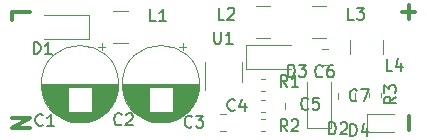
<source format=gbr>
%TF.GenerationSoftware,KiCad,Pcbnew,(5.0.2)-1*%
%TF.CreationDate,2019-03-05T14:35:33+01:00*%
%TF.ProjectId,ac-dc-converter-mp171,61632d64-632d-4636-9f6e-766572746572,rev?*%
%TF.SameCoordinates,Original*%
%TF.FileFunction,Legend,Top*%
%TF.FilePolarity,Positive*%
%FSLAX46Y46*%
G04 Gerber Fmt 4.6, Leading zero omitted, Abs format (unit mm)*
G04 Created by KiCad (PCBNEW (5.0.2)-1) date 05/03/2019 14:35:33*
%MOMM*%
%LPD*%
G01*
G04 APERTURE LIST*
%ADD10C,0.300000*%
%ADD11C,0.120000*%
%ADD12C,0.150000*%
G04 APERTURE END LIST*
D10*
X142132857Y-105600571D02*
X142132857Y-106743428D01*
X142132857Y-96202571D02*
X142132857Y-97345428D01*
X141561428Y-96774000D02*
X142704285Y-96774000D01*
X108541428Y-105743428D02*
X110041428Y-105743428D01*
X108541428Y-106600571D01*
X110041428Y-106600571D01*
X108541428Y-97492285D02*
X108541428Y-96778000D01*
X110041428Y-96778000D01*
D11*
X140881000Y-105437000D02*
X138596000Y-105437000D01*
X138596000Y-105437000D02*
X138596000Y-106907000D01*
X138596000Y-106907000D02*
X140881000Y-106907000D01*
X139829000Y-103621721D02*
X139829000Y-103947279D01*
X138809000Y-103621721D02*
X138809000Y-103947279D01*
X124428000Y-102890000D02*
G75*
G03X124428000Y-102890000I-3270000J0D01*
G01*
X124388000Y-102890000D02*
X117928000Y-102890000D01*
X124388000Y-102930000D02*
X117928000Y-102930000D01*
X124388000Y-102970000D02*
X117928000Y-102970000D01*
X124386000Y-103010000D02*
X117930000Y-103010000D01*
X124385000Y-103050000D02*
X117931000Y-103050000D01*
X124382000Y-103090000D02*
X117934000Y-103090000D01*
X124380000Y-103130000D02*
X122198000Y-103130000D01*
X120118000Y-103130000D02*
X117936000Y-103130000D01*
X124376000Y-103170000D02*
X122198000Y-103170000D01*
X120118000Y-103170000D02*
X117940000Y-103170000D01*
X124373000Y-103210000D02*
X122198000Y-103210000D01*
X120118000Y-103210000D02*
X117943000Y-103210000D01*
X124369000Y-103250000D02*
X122198000Y-103250000D01*
X120118000Y-103250000D02*
X117947000Y-103250000D01*
X124364000Y-103290000D02*
X122198000Y-103290000D01*
X120118000Y-103290000D02*
X117952000Y-103290000D01*
X124359000Y-103330000D02*
X122198000Y-103330000D01*
X120118000Y-103330000D02*
X117957000Y-103330000D01*
X124353000Y-103370000D02*
X122198000Y-103370000D01*
X120118000Y-103370000D02*
X117963000Y-103370000D01*
X124347000Y-103410000D02*
X122198000Y-103410000D01*
X120118000Y-103410000D02*
X117969000Y-103410000D01*
X124340000Y-103450000D02*
X122198000Y-103450000D01*
X120118000Y-103450000D02*
X117976000Y-103450000D01*
X124333000Y-103490000D02*
X122198000Y-103490000D01*
X120118000Y-103490000D02*
X117983000Y-103490000D01*
X124325000Y-103530000D02*
X122198000Y-103530000D01*
X120118000Y-103530000D02*
X117991000Y-103530000D01*
X124317000Y-103570000D02*
X122198000Y-103570000D01*
X120118000Y-103570000D02*
X117999000Y-103570000D01*
X124308000Y-103611000D02*
X122198000Y-103611000D01*
X120118000Y-103611000D02*
X118008000Y-103611000D01*
X124299000Y-103651000D02*
X122198000Y-103651000D01*
X120118000Y-103651000D02*
X118017000Y-103651000D01*
X124289000Y-103691000D02*
X122198000Y-103691000D01*
X120118000Y-103691000D02*
X118027000Y-103691000D01*
X124279000Y-103731000D02*
X122198000Y-103731000D01*
X120118000Y-103731000D02*
X118037000Y-103731000D01*
X124268000Y-103771000D02*
X122198000Y-103771000D01*
X120118000Y-103771000D02*
X118048000Y-103771000D01*
X124256000Y-103811000D02*
X122198000Y-103811000D01*
X120118000Y-103811000D02*
X118060000Y-103811000D01*
X124244000Y-103851000D02*
X122198000Y-103851000D01*
X120118000Y-103851000D02*
X118072000Y-103851000D01*
X124232000Y-103891000D02*
X122198000Y-103891000D01*
X120118000Y-103891000D02*
X118084000Y-103891000D01*
X124219000Y-103931000D02*
X122198000Y-103931000D01*
X120118000Y-103931000D02*
X118097000Y-103931000D01*
X124205000Y-103971000D02*
X122198000Y-103971000D01*
X120118000Y-103971000D02*
X118111000Y-103971000D01*
X124191000Y-104011000D02*
X122198000Y-104011000D01*
X120118000Y-104011000D02*
X118125000Y-104011000D01*
X124176000Y-104051000D02*
X122198000Y-104051000D01*
X120118000Y-104051000D02*
X118140000Y-104051000D01*
X124160000Y-104091000D02*
X122198000Y-104091000D01*
X120118000Y-104091000D02*
X118156000Y-104091000D01*
X124144000Y-104131000D02*
X122198000Y-104131000D01*
X120118000Y-104131000D02*
X118172000Y-104131000D01*
X124128000Y-104171000D02*
X122198000Y-104171000D01*
X120118000Y-104171000D02*
X118188000Y-104171000D01*
X124110000Y-104211000D02*
X122198000Y-104211000D01*
X120118000Y-104211000D02*
X118206000Y-104211000D01*
X124092000Y-104251000D02*
X122198000Y-104251000D01*
X120118000Y-104251000D02*
X118224000Y-104251000D01*
X124074000Y-104291000D02*
X122198000Y-104291000D01*
X120118000Y-104291000D02*
X118242000Y-104291000D01*
X124054000Y-104331000D02*
X122198000Y-104331000D01*
X120118000Y-104331000D02*
X118262000Y-104331000D01*
X124034000Y-104371000D02*
X122198000Y-104371000D01*
X120118000Y-104371000D02*
X118282000Y-104371000D01*
X124014000Y-104411000D02*
X122198000Y-104411000D01*
X120118000Y-104411000D02*
X118302000Y-104411000D01*
X123992000Y-104451000D02*
X122198000Y-104451000D01*
X120118000Y-104451000D02*
X118324000Y-104451000D01*
X123970000Y-104491000D02*
X122198000Y-104491000D01*
X120118000Y-104491000D02*
X118346000Y-104491000D01*
X123948000Y-104531000D02*
X122198000Y-104531000D01*
X120118000Y-104531000D02*
X118368000Y-104531000D01*
X123924000Y-104571000D02*
X122198000Y-104571000D01*
X120118000Y-104571000D02*
X118392000Y-104571000D01*
X123900000Y-104611000D02*
X122198000Y-104611000D01*
X120118000Y-104611000D02*
X118416000Y-104611000D01*
X123874000Y-104651000D02*
X122198000Y-104651000D01*
X120118000Y-104651000D02*
X118442000Y-104651000D01*
X123848000Y-104691000D02*
X122198000Y-104691000D01*
X120118000Y-104691000D02*
X118468000Y-104691000D01*
X123822000Y-104731000D02*
X122198000Y-104731000D01*
X120118000Y-104731000D02*
X118494000Y-104731000D01*
X123794000Y-104771000D02*
X122198000Y-104771000D01*
X120118000Y-104771000D02*
X118522000Y-104771000D01*
X123765000Y-104811000D02*
X122198000Y-104811000D01*
X120118000Y-104811000D02*
X118551000Y-104811000D01*
X123736000Y-104851000D02*
X122198000Y-104851000D01*
X120118000Y-104851000D02*
X118580000Y-104851000D01*
X123706000Y-104891000D02*
X122198000Y-104891000D01*
X120118000Y-104891000D02*
X118610000Y-104891000D01*
X123674000Y-104931000D02*
X122198000Y-104931000D01*
X120118000Y-104931000D02*
X118642000Y-104931000D01*
X123642000Y-104971000D02*
X122198000Y-104971000D01*
X120118000Y-104971000D02*
X118674000Y-104971000D01*
X123608000Y-105011000D02*
X122198000Y-105011000D01*
X120118000Y-105011000D02*
X118708000Y-105011000D01*
X123574000Y-105051000D02*
X122198000Y-105051000D01*
X120118000Y-105051000D02*
X118742000Y-105051000D01*
X123538000Y-105091000D02*
X122198000Y-105091000D01*
X120118000Y-105091000D02*
X118778000Y-105091000D01*
X123501000Y-105131000D02*
X122198000Y-105131000D01*
X120118000Y-105131000D02*
X118815000Y-105131000D01*
X123463000Y-105171000D02*
X122198000Y-105171000D01*
X120118000Y-105171000D02*
X118853000Y-105171000D01*
X123423000Y-105211000D02*
X118893000Y-105211000D01*
X123382000Y-105251000D02*
X118934000Y-105251000D01*
X123340000Y-105291000D02*
X118976000Y-105291000D01*
X123295000Y-105331000D02*
X119021000Y-105331000D01*
X123250000Y-105371000D02*
X119066000Y-105371000D01*
X123202000Y-105411000D02*
X119114000Y-105411000D01*
X123153000Y-105451000D02*
X119163000Y-105451000D01*
X123102000Y-105491000D02*
X119214000Y-105491000D01*
X123048000Y-105531000D02*
X119268000Y-105531000D01*
X122992000Y-105571000D02*
X119324000Y-105571000D01*
X122934000Y-105611000D02*
X119382000Y-105611000D01*
X122872000Y-105651000D02*
X119444000Y-105651000D01*
X122808000Y-105691000D02*
X119508000Y-105691000D01*
X122739000Y-105731000D02*
X119577000Y-105731000D01*
X122667000Y-105771000D02*
X119649000Y-105771000D01*
X122590000Y-105811000D02*
X119726000Y-105811000D01*
X122508000Y-105851000D02*
X119808000Y-105851000D01*
X122420000Y-105891000D02*
X119896000Y-105891000D01*
X122323000Y-105931000D02*
X119993000Y-105931000D01*
X122217000Y-105971000D02*
X120099000Y-105971000D01*
X122098000Y-106011000D02*
X120218000Y-106011000D01*
X121960000Y-106051000D02*
X120356000Y-106051000D01*
X121791000Y-106091000D02*
X120525000Y-106091000D01*
X121560000Y-106131000D02*
X120756000Y-106131000D01*
X122997000Y-99389759D02*
X122997000Y-100019759D01*
X123312000Y-99704759D02*
X122682000Y-99704759D01*
X117126936Y-96684000D02*
X118331064Y-96684000D01*
X117126936Y-99404000D02*
X118331064Y-99404000D01*
X126169922Y-106818500D02*
X126687078Y-106818500D01*
X126169922Y-105398500D02*
X126687078Y-105398500D01*
X129956779Y-105221500D02*
X129631221Y-105221500D01*
X129956779Y-104201500D02*
X129631221Y-104201500D01*
X131624000Y-104452922D02*
X131624000Y-104970078D01*
X133044000Y-104452922D02*
X133044000Y-104970078D01*
X135323078Y-101294000D02*
X134805922Y-101294000D01*
X135323078Y-99874000D02*
X134805922Y-99874000D01*
X127988500Y-102734000D02*
X127988500Y-100974000D01*
X124918500Y-100974000D02*
X124918500Y-103404000D01*
X137552500Y-103627422D02*
X137552500Y-104144578D01*
X136132500Y-103627422D02*
X136132500Y-104144578D01*
X117570000Y-102890000D02*
G75*
G03X117570000Y-102890000I-3270000J0D01*
G01*
X117530000Y-102890000D02*
X111070000Y-102890000D01*
X117530000Y-102930000D02*
X111070000Y-102930000D01*
X117530000Y-102970000D02*
X111070000Y-102970000D01*
X117528000Y-103010000D02*
X111072000Y-103010000D01*
X117527000Y-103050000D02*
X111073000Y-103050000D01*
X117524000Y-103090000D02*
X111076000Y-103090000D01*
X117522000Y-103130000D02*
X115340000Y-103130000D01*
X113260000Y-103130000D02*
X111078000Y-103130000D01*
X117518000Y-103170000D02*
X115340000Y-103170000D01*
X113260000Y-103170000D02*
X111082000Y-103170000D01*
X117515000Y-103210000D02*
X115340000Y-103210000D01*
X113260000Y-103210000D02*
X111085000Y-103210000D01*
X117511000Y-103250000D02*
X115340000Y-103250000D01*
X113260000Y-103250000D02*
X111089000Y-103250000D01*
X117506000Y-103290000D02*
X115340000Y-103290000D01*
X113260000Y-103290000D02*
X111094000Y-103290000D01*
X117501000Y-103330000D02*
X115340000Y-103330000D01*
X113260000Y-103330000D02*
X111099000Y-103330000D01*
X117495000Y-103370000D02*
X115340000Y-103370000D01*
X113260000Y-103370000D02*
X111105000Y-103370000D01*
X117489000Y-103410000D02*
X115340000Y-103410000D01*
X113260000Y-103410000D02*
X111111000Y-103410000D01*
X117482000Y-103450000D02*
X115340000Y-103450000D01*
X113260000Y-103450000D02*
X111118000Y-103450000D01*
X117475000Y-103490000D02*
X115340000Y-103490000D01*
X113260000Y-103490000D02*
X111125000Y-103490000D01*
X117467000Y-103530000D02*
X115340000Y-103530000D01*
X113260000Y-103530000D02*
X111133000Y-103530000D01*
X117459000Y-103570000D02*
X115340000Y-103570000D01*
X113260000Y-103570000D02*
X111141000Y-103570000D01*
X117450000Y-103611000D02*
X115340000Y-103611000D01*
X113260000Y-103611000D02*
X111150000Y-103611000D01*
X117441000Y-103651000D02*
X115340000Y-103651000D01*
X113260000Y-103651000D02*
X111159000Y-103651000D01*
X117431000Y-103691000D02*
X115340000Y-103691000D01*
X113260000Y-103691000D02*
X111169000Y-103691000D01*
X117421000Y-103731000D02*
X115340000Y-103731000D01*
X113260000Y-103731000D02*
X111179000Y-103731000D01*
X117410000Y-103771000D02*
X115340000Y-103771000D01*
X113260000Y-103771000D02*
X111190000Y-103771000D01*
X117398000Y-103811000D02*
X115340000Y-103811000D01*
X113260000Y-103811000D02*
X111202000Y-103811000D01*
X117386000Y-103851000D02*
X115340000Y-103851000D01*
X113260000Y-103851000D02*
X111214000Y-103851000D01*
X117374000Y-103891000D02*
X115340000Y-103891000D01*
X113260000Y-103891000D02*
X111226000Y-103891000D01*
X117361000Y-103931000D02*
X115340000Y-103931000D01*
X113260000Y-103931000D02*
X111239000Y-103931000D01*
X117347000Y-103971000D02*
X115340000Y-103971000D01*
X113260000Y-103971000D02*
X111253000Y-103971000D01*
X117333000Y-104011000D02*
X115340000Y-104011000D01*
X113260000Y-104011000D02*
X111267000Y-104011000D01*
X117318000Y-104051000D02*
X115340000Y-104051000D01*
X113260000Y-104051000D02*
X111282000Y-104051000D01*
X117302000Y-104091000D02*
X115340000Y-104091000D01*
X113260000Y-104091000D02*
X111298000Y-104091000D01*
X117286000Y-104131000D02*
X115340000Y-104131000D01*
X113260000Y-104131000D02*
X111314000Y-104131000D01*
X117270000Y-104171000D02*
X115340000Y-104171000D01*
X113260000Y-104171000D02*
X111330000Y-104171000D01*
X117252000Y-104211000D02*
X115340000Y-104211000D01*
X113260000Y-104211000D02*
X111348000Y-104211000D01*
X117234000Y-104251000D02*
X115340000Y-104251000D01*
X113260000Y-104251000D02*
X111366000Y-104251000D01*
X117216000Y-104291000D02*
X115340000Y-104291000D01*
X113260000Y-104291000D02*
X111384000Y-104291000D01*
X117196000Y-104331000D02*
X115340000Y-104331000D01*
X113260000Y-104331000D02*
X111404000Y-104331000D01*
X117176000Y-104371000D02*
X115340000Y-104371000D01*
X113260000Y-104371000D02*
X111424000Y-104371000D01*
X117156000Y-104411000D02*
X115340000Y-104411000D01*
X113260000Y-104411000D02*
X111444000Y-104411000D01*
X117134000Y-104451000D02*
X115340000Y-104451000D01*
X113260000Y-104451000D02*
X111466000Y-104451000D01*
X117112000Y-104491000D02*
X115340000Y-104491000D01*
X113260000Y-104491000D02*
X111488000Y-104491000D01*
X117090000Y-104531000D02*
X115340000Y-104531000D01*
X113260000Y-104531000D02*
X111510000Y-104531000D01*
X117066000Y-104571000D02*
X115340000Y-104571000D01*
X113260000Y-104571000D02*
X111534000Y-104571000D01*
X117042000Y-104611000D02*
X115340000Y-104611000D01*
X113260000Y-104611000D02*
X111558000Y-104611000D01*
X117016000Y-104651000D02*
X115340000Y-104651000D01*
X113260000Y-104651000D02*
X111584000Y-104651000D01*
X116990000Y-104691000D02*
X115340000Y-104691000D01*
X113260000Y-104691000D02*
X111610000Y-104691000D01*
X116964000Y-104731000D02*
X115340000Y-104731000D01*
X113260000Y-104731000D02*
X111636000Y-104731000D01*
X116936000Y-104771000D02*
X115340000Y-104771000D01*
X113260000Y-104771000D02*
X111664000Y-104771000D01*
X116907000Y-104811000D02*
X115340000Y-104811000D01*
X113260000Y-104811000D02*
X111693000Y-104811000D01*
X116878000Y-104851000D02*
X115340000Y-104851000D01*
X113260000Y-104851000D02*
X111722000Y-104851000D01*
X116848000Y-104891000D02*
X115340000Y-104891000D01*
X113260000Y-104891000D02*
X111752000Y-104891000D01*
X116816000Y-104931000D02*
X115340000Y-104931000D01*
X113260000Y-104931000D02*
X111784000Y-104931000D01*
X116784000Y-104971000D02*
X115340000Y-104971000D01*
X113260000Y-104971000D02*
X111816000Y-104971000D01*
X116750000Y-105011000D02*
X115340000Y-105011000D01*
X113260000Y-105011000D02*
X111850000Y-105011000D01*
X116716000Y-105051000D02*
X115340000Y-105051000D01*
X113260000Y-105051000D02*
X111884000Y-105051000D01*
X116680000Y-105091000D02*
X115340000Y-105091000D01*
X113260000Y-105091000D02*
X111920000Y-105091000D01*
X116643000Y-105131000D02*
X115340000Y-105131000D01*
X113260000Y-105131000D02*
X111957000Y-105131000D01*
X116605000Y-105171000D02*
X115340000Y-105171000D01*
X113260000Y-105171000D02*
X111995000Y-105171000D01*
X116565000Y-105211000D02*
X112035000Y-105211000D01*
X116524000Y-105251000D02*
X112076000Y-105251000D01*
X116482000Y-105291000D02*
X112118000Y-105291000D01*
X116437000Y-105331000D02*
X112163000Y-105331000D01*
X116392000Y-105371000D02*
X112208000Y-105371000D01*
X116344000Y-105411000D02*
X112256000Y-105411000D01*
X116295000Y-105451000D02*
X112305000Y-105451000D01*
X116244000Y-105491000D02*
X112356000Y-105491000D01*
X116190000Y-105531000D02*
X112410000Y-105531000D01*
X116134000Y-105571000D02*
X112466000Y-105571000D01*
X116076000Y-105611000D02*
X112524000Y-105611000D01*
X116014000Y-105651000D02*
X112586000Y-105651000D01*
X115950000Y-105691000D02*
X112650000Y-105691000D01*
X115881000Y-105731000D02*
X112719000Y-105731000D01*
X115809000Y-105771000D02*
X112791000Y-105771000D01*
X115732000Y-105811000D02*
X112868000Y-105811000D01*
X115650000Y-105851000D02*
X112950000Y-105851000D01*
X115562000Y-105891000D02*
X113038000Y-105891000D01*
X115465000Y-105931000D02*
X113135000Y-105931000D01*
X115359000Y-105971000D02*
X113241000Y-105971000D01*
X115240000Y-106011000D02*
X113360000Y-106011000D01*
X115102000Y-106051000D02*
X113498000Y-106051000D01*
X114933000Y-106091000D02*
X113667000Y-106091000D01*
X114702000Y-106131000D02*
X113898000Y-106131000D01*
X116139000Y-99389759D02*
X116139000Y-100019759D01*
X116454000Y-99704759D02*
X115824000Y-99704759D01*
X128359000Y-99584000D02*
X128359000Y-101584000D01*
X128359000Y-101584000D02*
X132209000Y-101584000D01*
X128359000Y-99584000D02*
X132209000Y-99584000D01*
X133556500Y-106594000D02*
X133556500Y-102744000D01*
X135556500Y-106594000D02*
X135556500Y-102744000D01*
X133556500Y-106594000D02*
X135556500Y-106594000D01*
X115100000Y-99044000D02*
X115100000Y-97044000D01*
X115100000Y-97044000D02*
X111250000Y-97044000D01*
X115100000Y-99044000D02*
X111250000Y-99044000D01*
X129191936Y-96303000D02*
X130396064Y-96303000D01*
X129191936Y-99023000D02*
X130396064Y-99023000D01*
X133954436Y-99023000D02*
X135158564Y-99023000D01*
X133954436Y-96303000D02*
X135158564Y-96303000D01*
X139917000Y-99156436D02*
X139917000Y-100360564D01*
X137197000Y-99156436D02*
X137197000Y-100360564D01*
X129956779Y-102487000D02*
X129631221Y-102487000D01*
X129956779Y-103507000D02*
X129631221Y-103507000D01*
X129631221Y-105852500D02*
X129956779Y-105852500D01*
X129631221Y-106872500D02*
X129956779Y-106872500D01*
D12*
X137183904Y-107259380D02*
X137183904Y-106259380D01*
X137422000Y-106259380D01*
X137564857Y-106307000D01*
X137660095Y-106402238D01*
X137707714Y-106497476D01*
X137755333Y-106687952D01*
X137755333Y-106830809D01*
X137707714Y-107021285D01*
X137660095Y-107116523D01*
X137564857Y-107211761D01*
X137422000Y-107259380D01*
X137183904Y-107259380D01*
X138612476Y-106592714D02*
X138612476Y-107259380D01*
X138374380Y-106211761D02*
X138136285Y-106926047D01*
X138755333Y-106926047D01*
X141041380Y-103951166D02*
X140565190Y-104284500D01*
X141041380Y-104522595D02*
X140041380Y-104522595D01*
X140041380Y-104141642D01*
X140089000Y-104046404D01*
X140136619Y-103998785D01*
X140231857Y-103951166D01*
X140374714Y-103951166D01*
X140469952Y-103998785D01*
X140517571Y-104046404D01*
X140565190Y-104141642D01*
X140565190Y-104522595D01*
X140041380Y-103617833D02*
X140041380Y-102998785D01*
X140422333Y-103332119D01*
X140422333Y-103189261D01*
X140469952Y-103094023D01*
X140517571Y-103046404D01*
X140612809Y-102998785D01*
X140850904Y-102998785D01*
X140946142Y-103046404D01*
X140993761Y-103094023D01*
X141041380Y-103189261D01*
X141041380Y-103474976D01*
X140993761Y-103570214D01*
X140946142Y-103617833D01*
X117816333Y-106275142D02*
X117768714Y-106322761D01*
X117625857Y-106370380D01*
X117530619Y-106370380D01*
X117387761Y-106322761D01*
X117292523Y-106227523D01*
X117244904Y-106132285D01*
X117197285Y-105941809D01*
X117197285Y-105798952D01*
X117244904Y-105608476D01*
X117292523Y-105513238D01*
X117387761Y-105418000D01*
X117530619Y-105370380D01*
X117625857Y-105370380D01*
X117768714Y-105418000D01*
X117816333Y-105465619D01*
X118197285Y-105465619D02*
X118244904Y-105418000D01*
X118340142Y-105370380D01*
X118578238Y-105370380D01*
X118673476Y-105418000D01*
X118721095Y-105465619D01*
X118768714Y-105560857D01*
X118768714Y-105656095D01*
X118721095Y-105798952D01*
X118149666Y-106370380D01*
X118768714Y-106370380D01*
X120737333Y-97543880D02*
X120261142Y-97543880D01*
X120261142Y-96543880D01*
X121594476Y-97543880D02*
X121023047Y-97543880D01*
X121308761Y-97543880D02*
X121308761Y-96543880D01*
X121213523Y-96686738D01*
X121118285Y-96781976D01*
X121023047Y-96829595D01*
X123785333Y-106465642D02*
X123737714Y-106513261D01*
X123594857Y-106560880D01*
X123499619Y-106560880D01*
X123356761Y-106513261D01*
X123261523Y-106418023D01*
X123213904Y-106322785D01*
X123166285Y-106132309D01*
X123166285Y-105989452D01*
X123213904Y-105798976D01*
X123261523Y-105703738D01*
X123356761Y-105608500D01*
X123499619Y-105560880D01*
X123594857Y-105560880D01*
X123737714Y-105608500D01*
X123785333Y-105656119D01*
X124118666Y-105560880D02*
X124737714Y-105560880D01*
X124404380Y-105941833D01*
X124547238Y-105941833D01*
X124642476Y-105989452D01*
X124690095Y-106037071D01*
X124737714Y-106132309D01*
X124737714Y-106370404D01*
X124690095Y-106465642D01*
X124642476Y-106513261D01*
X124547238Y-106560880D01*
X124261523Y-106560880D01*
X124166285Y-106513261D01*
X124118666Y-106465642D01*
X127404833Y-105068642D02*
X127357214Y-105116261D01*
X127214357Y-105163880D01*
X127119119Y-105163880D01*
X126976261Y-105116261D01*
X126881023Y-105021023D01*
X126833404Y-104925785D01*
X126785785Y-104735309D01*
X126785785Y-104592452D01*
X126833404Y-104401976D01*
X126881023Y-104306738D01*
X126976261Y-104211500D01*
X127119119Y-104163880D01*
X127214357Y-104163880D01*
X127357214Y-104211500D01*
X127404833Y-104259119D01*
X128261976Y-104497214D02*
X128261976Y-105163880D01*
X128023880Y-104116261D02*
X127785785Y-104830547D01*
X128404833Y-104830547D01*
X133627833Y-104941642D02*
X133580214Y-104989261D01*
X133437357Y-105036880D01*
X133342119Y-105036880D01*
X133199261Y-104989261D01*
X133104023Y-104894023D01*
X133056404Y-104798785D01*
X133008785Y-104608309D01*
X133008785Y-104465452D01*
X133056404Y-104274976D01*
X133104023Y-104179738D01*
X133199261Y-104084500D01*
X133342119Y-104036880D01*
X133437357Y-104036880D01*
X133580214Y-104084500D01*
X133627833Y-104132119D01*
X134532595Y-104036880D02*
X134056404Y-104036880D01*
X134008785Y-104513071D01*
X134056404Y-104465452D01*
X134151642Y-104417833D01*
X134389738Y-104417833D01*
X134484976Y-104465452D01*
X134532595Y-104513071D01*
X134580214Y-104608309D01*
X134580214Y-104846404D01*
X134532595Y-104941642D01*
X134484976Y-104989261D01*
X134389738Y-105036880D01*
X134151642Y-105036880D01*
X134056404Y-104989261D01*
X134008785Y-104941642D01*
X134834333Y-102211142D02*
X134786714Y-102258761D01*
X134643857Y-102306380D01*
X134548619Y-102306380D01*
X134405761Y-102258761D01*
X134310523Y-102163523D01*
X134262904Y-102068285D01*
X134215285Y-101877809D01*
X134215285Y-101734952D01*
X134262904Y-101544476D01*
X134310523Y-101449238D01*
X134405761Y-101354000D01*
X134548619Y-101306380D01*
X134643857Y-101306380D01*
X134786714Y-101354000D01*
X134834333Y-101401619D01*
X135691476Y-101306380D02*
X135501000Y-101306380D01*
X135405761Y-101354000D01*
X135358142Y-101401619D01*
X135262904Y-101544476D01*
X135215285Y-101734952D01*
X135215285Y-102115904D01*
X135262904Y-102211142D01*
X135310523Y-102258761D01*
X135405761Y-102306380D01*
X135596238Y-102306380D01*
X135691476Y-102258761D01*
X135739095Y-102211142D01*
X135786714Y-102115904D01*
X135786714Y-101877809D01*
X135739095Y-101782571D01*
X135691476Y-101734952D01*
X135596238Y-101687333D01*
X135405761Y-101687333D01*
X135310523Y-101734952D01*
X135262904Y-101782571D01*
X135215285Y-101877809D01*
X125666595Y-98448880D02*
X125666595Y-99258404D01*
X125714214Y-99353642D01*
X125761833Y-99401261D01*
X125857071Y-99448880D01*
X126047547Y-99448880D01*
X126142785Y-99401261D01*
X126190404Y-99353642D01*
X126238023Y-99258404D01*
X126238023Y-98448880D01*
X127238023Y-99448880D02*
X126666595Y-99448880D01*
X126952309Y-99448880D02*
X126952309Y-98448880D01*
X126857071Y-98591738D01*
X126761833Y-98686976D01*
X126666595Y-98734595D01*
X137755333Y-104243142D02*
X137707714Y-104290761D01*
X137564857Y-104338380D01*
X137469619Y-104338380D01*
X137326761Y-104290761D01*
X137231523Y-104195523D01*
X137183904Y-104100285D01*
X137136285Y-103909809D01*
X137136285Y-103766952D01*
X137183904Y-103576476D01*
X137231523Y-103481238D01*
X137326761Y-103386000D01*
X137469619Y-103338380D01*
X137564857Y-103338380D01*
X137707714Y-103386000D01*
X137755333Y-103433619D01*
X138088666Y-103338380D02*
X138755333Y-103338380D01*
X138326761Y-104338380D01*
X111148833Y-106338642D02*
X111101214Y-106386261D01*
X110958357Y-106433880D01*
X110863119Y-106433880D01*
X110720261Y-106386261D01*
X110625023Y-106291023D01*
X110577404Y-106195785D01*
X110529785Y-106005309D01*
X110529785Y-105862452D01*
X110577404Y-105671976D01*
X110625023Y-105576738D01*
X110720261Y-105481500D01*
X110863119Y-105433880D01*
X110958357Y-105433880D01*
X111101214Y-105481500D01*
X111148833Y-105529119D01*
X112101214Y-106433880D02*
X111529785Y-106433880D01*
X111815500Y-106433880D02*
X111815500Y-105433880D01*
X111720261Y-105576738D01*
X111625023Y-105671976D01*
X111529785Y-105719595D01*
X131913404Y-102242880D02*
X131913404Y-101242880D01*
X132151500Y-101242880D01*
X132294357Y-101290500D01*
X132389595Y-101385738D01*
X132437214Y-101480976D01*
X132484833Y-101671452D01*
X132484833Y-101814309D01*
X132437214Y-102004785D01*
X132389595Y-102100023D01*
X132294357Y-102195261D01*
X132151500Y-102242880D01*
X131913404Y-102242880D01*
X132818166Y-101242880D02*
X133437214Y-101242880D01*
X133103880Y-101623833D01*
X133246738Y-101623833D01*
X133341976Y-101671452D01*
X133389595Y-101719071D01*
X133437214Y-101814309D01*
X133437214Y-102052404D01*
X133389595Y-102147642D01*
X133341976Y-102195261D01*
X133246738Y-102242880D01*
X132961023Y-102242880D01*
X132865785Y-102195261D01*
X132818166Y-102147642D01*
X135405904Y-107132380D02*
X135405904Y-106132380D01*
X135644000Y-106132380D01*
X135786857Y-106180000D01*
X135882095Y-106275238D01*
X135929714Y-106370476D01*
X135977333Y-106560952D01*
X135977333Y-106703809D01*
X135929714Y-106894285D01*
X135882095Y-106989523D01*
X135786857Y-107084761D01*
X135644000Y-107132380D01*
X135405904Y-107132380D01*
X136358285Y-106227619D02*
X136405904Y-106180000D01*
X136501142Y-106132380D01*
X136739238Y-106132380D01*
X136834476Y-106180000D01*
X136882095Y-106227619D01*
X136929714Y-106322857D01*
X136929714Y-106418095D01*
X136882095Y-106560952D01*
X136310666Y-107132380D01*
X136929714Y-107132380D01*
X110386904Y-100337880D02*
X110386904Y-99337880D01*
X110625000Y-99337880D01*
X110767857Y-99385500D01*
X110863095Y-99480738D01*
X110910714Y-99575976D01*
X110958333Y-99766452D01*
X110958333Y-99909309D01*
X110910714Y-100099785D01*
X110863095Y-100195023D01*
X110767857Y-100290261D01*
X110625000Y-100337880D01*
X110386904Y-100337880D01*
X111910714Y-100337880D02*
X111339285Y-100337880D01*
X111625000Y-100337880D02*
X111625000Y-99337880D01*
X111529761Y-99480738D01*
X111434523Y-99575976D01*
X111339285Y-99623595D01*
X126515833Y-97416880D02*
X126039642Y-97416880D01*
X126039642Y-96416880D01*
X126801547Y-96512119D02*
X126849166Y-96464500D01*
X126944404Y-96416880D01*
X127182500Y-96416880D01*
X127277738Y-96464500D01*
X127325357Y-96512119D01*
X127372976Y-96607357D01*
X127372976Y-96702595D01*
X127325357Y-96845452D01*
X126753928Y-97416880D01*
X127372976Y-97416880D01*
X137501333Y-97416880D02*
X137025142Y-97416880D01*
X137025142Y-96416880D01*
X137739428Y-96416880D02*
X138358476Y-96416880D01*
X138025142Y-96797833D01*
X138168000Y-96797833D01*
X138263238Y-96845452D01*
X138310857Y-96893071D01*
X138358476Y-96988309D01*
X138358476Y-97226404D01*
X138310857Y-97321642D01*
X138263238Y-97369261D01*
X138168000Y-97416880D01*
X137882285Y-97416880D01*
X137787047Y-97369261D01*
X137739428Y-97321642D01*
X140739833Y-101734880D02*
X140263642Y-101734880D01*
X140263642Y-100734880D01*
X141501738Y-101068214D02*
X141501738Y-101734880D01*
X141263642Y-100687261D02*
X141025547Y-101401547D01*
X141644595Y-101401547D01*
X131849833Y-103131880D02*
X131516500Y-102655690D01*
X131278404Y-103131880D02*
X131278404Y-102131880D01*
X131659357Y-102131880D01*
X131754595Y-102179500D01*
X131802214Y-102227119D01*
X131849833Y-102322357D01*
X131849833Y-102465214D01*
X131802214Y-102560452D01*
X131754595Y-102608071D01*
X131659357Y-102655690D01*
X131278404Y-102655690D01*
X132802214Y-103131880D02*
X132230785Y-103131880D01*
X132516500Y-103131880D02*
X132516500Y-102131880D01*
X132421261Y-102274738D01*
X132326023Y-102369976D01*
X132230785Y-102417595D01*
X131849833Y-106878380D02*
X131516500Y-106402190D01*
X131278404Y-106878380D02*
X131278404Y-105878380D01*
X131659357Y-105878380D01*
X131754595Y-105926000D01*
X131802214Y-105973619D01*
X131849833Y-106068857D01*
X131849833Y-106211714D01*
X131802214Y-106306952D01*
X131754595Y-106354571D01*
X131659357Y-106402190D01*
X131278404Y-106402190D01*
X132230785Y-105973619D02*
X132278404Y-105926000D01*
X132373642Y-105878380D01*
X132611738Y-105878380D01*
X132706976Y-105926000D01*
X132754595Y-105973619D01*
X132802214Y-106068857D01*
X132802214Y-106164095D01*
X132754595Y-106306952D01*
X132183166Y-106878380D01*
X132802214Y-106878380D01*
M02*

</source>
